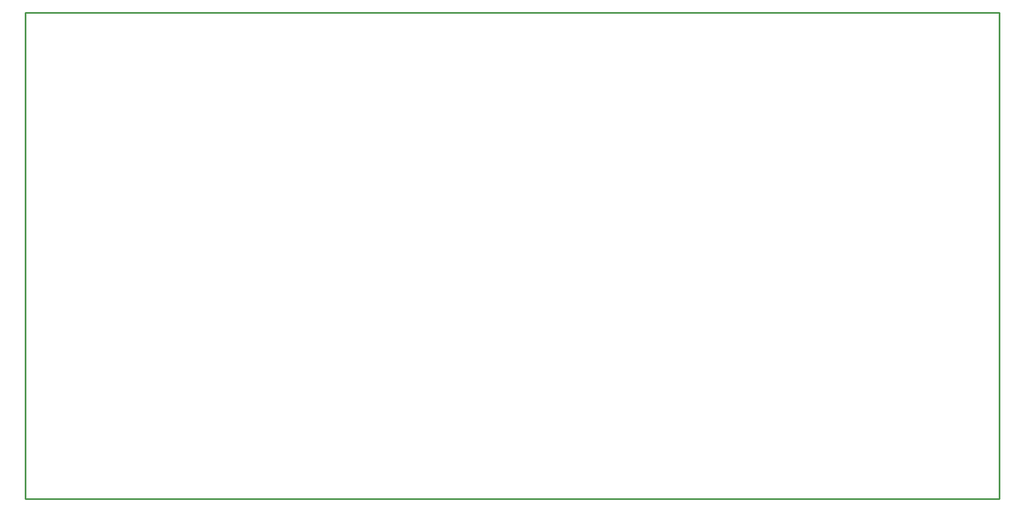
<source format=gm1>
G04*
G04 #@! TF.GenerationSoftware,Altium Limited,Altium Designer,20.0.14 (345)*
G04*
G04 Layer_Color=16711935*
%FSLAX25Y25*%
%MOIN*%
G70*
G01*
G75*
%ADD13C,0.01000*%
D13*
X0Y0D02*
Y295276D01*
Y0D02*
X590551D01*
Y295276D01*
X0D02*
X590551D01*
M02*

</source>
